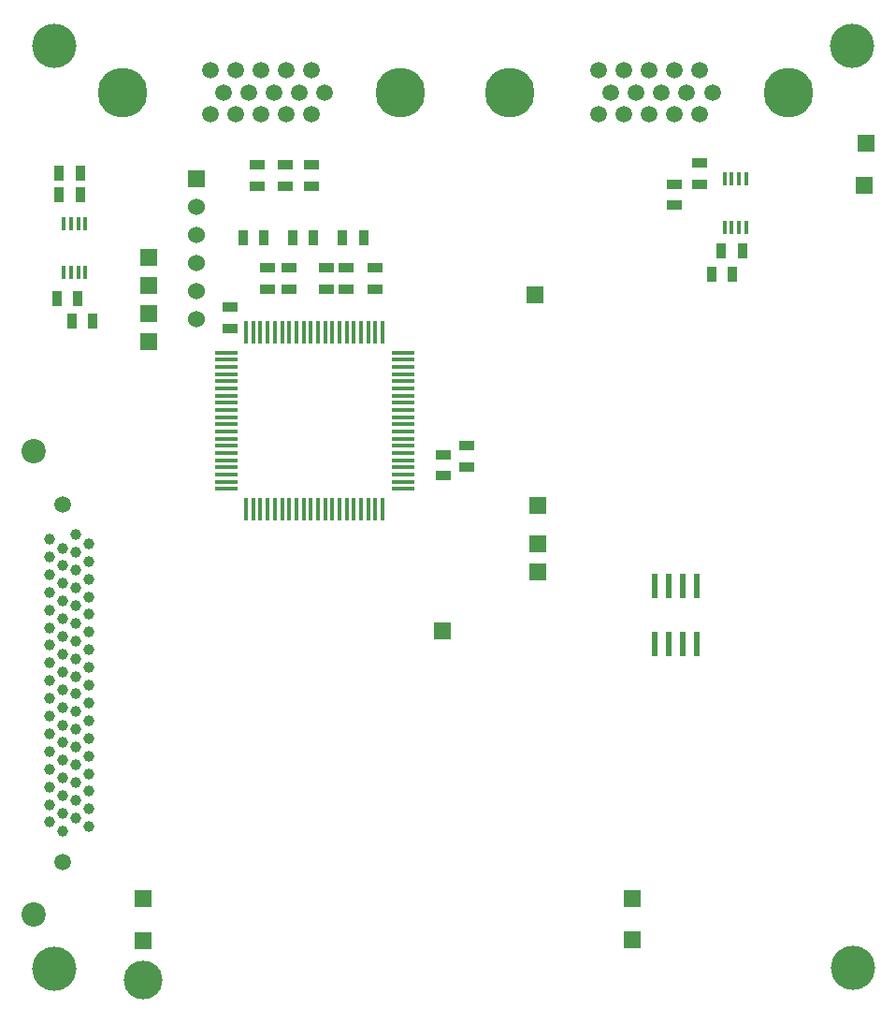
<source format=gts>
G04 (created by PCBNEW (2013-07-07 BZR 4022)-stable) date 29/07/2014 2:08:39 PM*
%MOIN*%
G04 Gerber Fmt 3.4, Leading zero omitted, Abs format*
%FSLAX34Y34*%
G01*
G70*
G90*
G04 APERTURE LIST*
%ADD10C,0.00590551*%
%ADD11R,0.035X0.055*%
%ADD12R,0.055X0.035*%
%ADD13R,0.06X0.06*%
%ADD14C,0.0393701*%
%ADD15C,0.0590551*%
%ADD16C,0.0866142*%
%ADD17R,0.016X0.05*%
%ADD18C,0.06*%
%ADD19R,0.0236X0.0866*%
%ADD20C,0.15748*%
%ADD21C,0.137795*%
%ADD22R,0.0157X0.0787402*%
%ADD23R,0.0787402X0.0157*%
%ADD24C,0.177165*%
G04 APERTURE END LIST*
G54D10*
G54D11*
X36821Y-18578D03*
X37571Y-18578D03*
G54D12*
X46618Y-16676D03*
X46618Y-17426D03*
X45909Y-16676D03*
X45909Y-17426D03*
X44578Y-16676D03*
X44578Y-17426D03*
X42456Y-18085D03*
X42456Y-18835D03*
G54D11*
X36298Y-17767D03*
X37048Y-17767D03*
X59979Y-16059D03*
X60729Y-16059D03*
G54D12*
X47645Y-16676D03*
X47645Y-17426D03*
G54D11*
X47225Y-15598D03*
X46475Y-15598D03*
X45441Y-15602D03*
X44691Y-15602D03*
X43682Y-15618D03*
X42932Y-15618D03*
G54D12*
X43811Y-16676D03*
X43811Y-17426D03*
X45357Y-13009D03*
X45357Y-13759D03*
X44437Y-13009D03*
X44437Y-13759D03*
X43447Y-13009D03*
X43447Y-13759D03*
X50913Y-23018D03*
X50913Y-23768D03*
X50066Y-23329D03*
X50066Y-24079D03*
G54D13*
X39374Y-39133D03*
X39358Y-40649D03*
G54D14*
X36043Y-31385D03*
X36043Y-30755D03*
X36043Y-30125D03*
X36043Y-29496D03*
X36043Y-28866D03*
X36043Y-28236D03*
X36043Y-27606D03*
X36043Y-26976D03*
X36043Y-26346D03*
X36043Y-32015D03*
X36043Y-32645D03*
X36043Y-33275D03*
X36043Y-33905D03*
X36043Y-34535D03*
X36043Y-35165D03*
X36043Y-35795D03*
X36043Y-36425D03*
X36496Y-36740D03*
X36496Y-36110D03*
X36496Y-35480D03*
X36496Y-34850D03*
X36496Y-34220D03*
X36496Y-33590D03*
X36496Y-32960D03*
X36496Y-32330D03*
X36496Y-26661D03*
X36496Y-27291D03*
X36496Y-27921D03*
X36496Y-28551D03*
X36496Y-29181D03*
X36496Y-29811D03*
X36496Y-30440D03*
X36496Y-31070D03*
X36496Y-31700D03*
X37421Y-31543D03*
X37421Y-30913D03*
X37421Y-30283D03*
X37421Y-29653D03*
X37421Y-29023D03*
X37421Y-28393D03*
X37421Y-27763D03*
X37421Y-27133D03*
X37421Y-26503D03*
X37421Y-32173D03*
X37421Y-32803D03*
X37421Y-33433D03*
X37421Y-34062D03*
X37421Y-34692D03*
X37421Y-35322D03*
X37421Y-35952D03*
X37421Y-36582D03*
X36968Y-36267D03*
X36968Y-35637D03*
X36968Y-35007D03*
X36968Y-34377D03*
X36968Y-33748D03*
X36968Y-33118D03*
X36968Y-32488D03*
X36968Y-31858D03*
X36968Y-26188D03*
X36968Y-26818D03*
X36968Y-27448D03*
X36968Y-28078D03*
X36968Y-28708D03*
X36968Y-29338D03*
X36968Y-29968D03*
X36968Y-30598D03*
X36968Y-31228D03*
G54D15*
X36496Y-25098D03*
G54D16*
X35464Y-23220D03*
X35464Y-39716D03*
G54D15*
X36496Y-37834D03*
G54D17*
X60095Y-15256D03*
X60350Y-15256D03*
X60610Y-15256D03*
X60865Y-15256D03*
X60865Y-13506D03*
X60610Y-13506D03*
X60350Y-13506D03*
X60095Y-13506D03*
X36544Y-16843D03*
X36799Y-16843D03*
X37059Y-16843D03*
X37314Y-16843D03*
X37314Y-15093D03*
X37059Y-15093D03*
X36799Y-15093D03*
X36544Y-15093D03*
G54D12*
X59200Y-13705D03*
X59200Y-12955D03*
X58303Y-14445D03*
X58303Y-13695D03*
G54D11*
X59621Y-16905D03*
X60371Y-16905D03*
X36376Y-14070D03*
X37126Y-14070D03*
X36376Y-13303D03*
X37126Y-13303D03*
G54D13*
X56799Y-39137D03*
X56811Y-40598D03*
X65074Y-13728D03*
X53452Y-25129D03*
X53326Y-17645D03*
X53433Y-26496D03*
X53433Y-27507D03*
X50051Y-29610D03*
X39578Y-18307D03*
X39578Y-17307D03*
X39578Y-16307D03*
X39578Y-19311D03*
X65141Y-12232D03*
X41271Y-13515D03*
G54D18*
X41271Y-14515D03*
X41271Y-15515D03*
X41271Y-16515D03*
X41271Y-17515D03*
X41271Y-18515D03*
G54D19*
X59116Y-28016D03*
X58616Y-28016D03*
X58116Y-28016D03*
X57616Y-28016D03*
X57616Y-30062D03*
X58116Y-30062D03*
X58616Y-30062D03*
X59116Y-30062D03*
G54D20*
X36188Y-8791D03*
X64622Y-8791D03*
X36200Y-41641D03*
X64661Y-41598D03*
G54D21*
X39354Y-42051D03*
G54D22*
X47903Y-18976D03*
X47647Y-18976D03*
X47391Y-18976D03*
X47135Y-18976D03*
X46879Y-18976D03*
X46623Y-18976D03*
X46367Y-18976D03*
X46111Y-18976D03*
X45855Y-18976D03*
X45599Y-18976D03*
X45345Y-18976D03*
X45089Y-18976D03*
X44833Y-18976D03*
X44577Y-18976D03*
X44321Y-18976D03*
X44065Y-18976D03*
X43809Y-18976D03*
X43553Y-18976D03*
X43297Y-18976D03*
X43041Y-18976D03*
G54D23*
X42322Y-19694D03*
X42322Y-19950D03*
X42322Y-20206D03*
X42322Y-20462D03*
X42322Y-20718D03*
X42322Y-20974D03*
X42322Y-21230D03*
X42322Y-21486D03*
X42322Y-21742D03*
X42322Y-21998D03*
X42322Y-22252D03*
X42322Y-22508D03*
X42322Y-22764D03*
X42322Y-23020D03*
X42322Y-23276D03*
X42322Y-23532D03*
X42322Y-23788D03*
X42322Y-24044D03*
X42322Y-24300D03*
X42322Y-24556D03*
G54D22*
X43041Y-25275D03*
X43297Y-25275D03*
X43553Y-25275D03*
X43809Y-25275D03*
X44065Y-25275D03*
X44321Y-25275D03*
X44577Y-25275D03*
X44833Y-25275D03*
X45089Y-25275D03*
X45345Y-25275D03*
X45599Y-25275D03*
X45855Y-25275D03*
X46111Y-25275D03*
X46367Y-25275D03*
X46623Y-25275D03*
X46879Y-25275D03*
X47135Y-25275D03*
X47391Y-25275D03*
X47647Y-25275D03*
X47903Y-25275D03*
G54D23*
X48622Y-24556D03*
X48622Y-24300D03*
X48622Y-24044D03*
X48622Y-23788D03*
X48622Y-23532D03*
X48622Y-23276D03*
X48622Y-23020D03*
X48622Y-22764D03*
X48622Y-22508D03*
X48622Y-22252D03*
X48622Y-21998D03*
X48622Y-21742D03*
X48622Y-21486D03*
X48622Y-21230D03*
X48622Y-20974D03*
X48622Y-20718D03*
X48622Y-20462D03*
X48622Y-20206D03*
X48622Y-19950D03*
X48622Y-19694D03*
G54D15*
X45836Y-10433D03*
X44935Y-10433D03*
X44033Y-10433D03*
X43131Y-10433D03*
X42230Y-10433D03*
X45385Y-11212D03*
X44484Y-11212D03*
X43582Y-11212D03*
X42681Y-11212D03*
X41779Y-11212D03*
X45385Y-9653D03*
X44484Y-9653D03*
X43582Y-9653D03*
X42681Y-9653D03*
X41779Y-9653D03*
G54D24*
X38624Y-10433D03*
X48541Y-10433D03*
G54D15*
X59655Y-10433D03*
X58753Y-10433D03*
X57852Y-10433D03*
X56950Y-10433D03*
X56049Y-10433D03*
X59204Y-11212D03*
X58303Y-11212D03*
X57401Y-11212D03*
X56500Y-11212D03*
X55598Y-11212D03*
X59204Y-9653D03*
X58303Y-9653D03*
X57401Y-9653D03*
X56500Y-9653D03*
X55598Y-9653D03*
G54D24*
X52442Y-10433D03*
X62360Y-10433D03*
M02*

</source>
